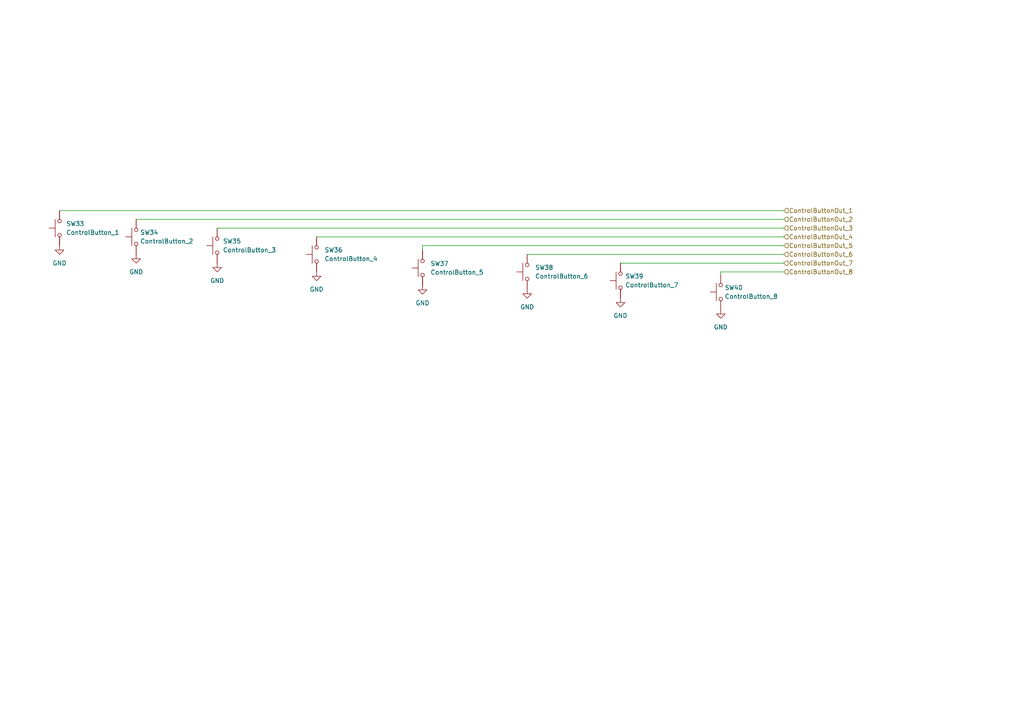
<source format=kicad_sch>
(kicad_sch (version 20230121) (generator eeschema)
  (paper "A4")
  (lib_symbols
    (symbol "Switch:SW_Push" (pin_numbers hide) (pin_names (offset 1.016) hide)
      (property "Reference" "SW" (at 1.27 2.54 0))
      (property "Value" "SW_Push" (at 0 -1.524 0))
      (symbol "SW_Push_0_1"
        (circle (center -2.032 0) (radius 0.508))
        (polyline (pts (xy 0 1.27) (xy 0 3.048)))
        (polyline (pts (xy 2.54 1.27) (xy -2.54 1.27)))
        (circle (center 2.032 0) (radius 0.508))
        (pin passive line (at -5.08 0 0) (length 2.54) (name "1") (number "1"))
        (pin passive line (at 5.08 0 180) (length 2.54) (name "2") (number "2"))
      )
    )
    (symbol "power:GND" (power) (pin_names (offset 0))
      (property "Value" "GND" (at 0 -3.81 0))
      (symbol "GND_0_1"
        (polyline (pts (xy 0 0) (xy 0 -1.27) (xy 1.27 -1.27) (xy 0 -2.54) (xy -1.27 -1.27) (xy 0 -1.27)))
      )
      (symbol "GND_1_1"
        (pin power_in line (at 0 0 270) (length 0) hide (name "GND") (number "1"))
      )
    )
  )
  (wire (pts (xy 209.042 78.867) (xy 209.042 79.629)))
  (wire (pts (xy 152.908 73.787) (xy 227.33 73.787)))
  (wire (pts (xy 91.821 68.707) (xy 227.33 68.707)))
  (wire (pts (xy 122.555 71.247) (xy 122.555 72.644)))
  (wire (pts (xy 39.497 63.627) (xy 227.33 63.627)))
  (wire (pts (xy 62.992 66.167) (xy 227.33 66.167)))
  (wire (pts (xy 17.272 61.087) (xy 227.33 61.087)))
  (wire (pts (xy 122.555 71.247) (xy 227.33 71.247)))
  (wire (pts (xy 179.959 76.327) (xy 227.33 76.327)))
  (wire (pts (xy 209.042 78.867) (xy 227.33 78.867)))
  (hierarchical_label "ControlButtonOut_2" (shape input) (at 227.33 63.627 0))
  (hierarchical_label "ControlButtonOut_8" (shape input) (at 227.33 78.867 0))
  (hierarchical_label "ControlButtonOut_4" (shape input) (at 227.33 68.707 0))
  (hierarchical_label "ControlButtonOut_7" (shape input) (at 227.33 76.327 0))
  (hierarchical_label "ControlButtonOut_5" (shape input) (at 227.33 71.247 0))
  (hierarchical_label "ControlButtonOut_1" (shape input) (at 227.33 61.087 0))
  (hierarchical_label "ControlButtonOut_3" (shape input) (at 227.33 66.167 0))
  (hierarchical_label "ControlButtonOut_6" (shape input) (at 227.33 73.787 0))
  (symbol (lib_id "Switch:SW_Push") (at 39.497 68.707 90) (unit 1)
    (property "Reference" "SW34" (at 40.64 67.437 90) (effects (justify right)))
    (property "Value" "ControlButton_2" (at 40.64 69.977 90) (effects (justify right)))
    (property "Footprint" "Button_Switch_Keyboard:SW_Cherry_MX_1.00u_PCB" (effects hide))
  )
  (symbol (lib_id "power:GND") (at 39.497 73.787 0) (unit 1)
    (property "Reference" "#PWR0104" (effects hide))
    (property "Value" "GND" (at 39.497 78.867 0))
  )
  (symbol (lib_id "power:GND") (at 17.272 71.247 0) (unit 1)
    (property "Reference" "#PWR0102" (effects hide))
    (property "Value" "GND" (at 17.272 76.327 0))
  )
  (symbol (lib_id "Switch:SW_Push") (at 62.992 71.247 90) (unit 1)
    (property "Reference" "SW35" (at 64.643 69.977 90) (effects (justify right)))
    (property "Value" "ControlButton_3" (at 64.643 72.517 90) (effects (justify right)))
    (property "Footprint" "Button_Switch_Keyboard:SW_Cherry_MX_1.00u_PCB" (effects hide))
  )
  (symbol (lib_id "power:GND") (at 62.992 76.327 0) (unit 1)
    (property "Reference" "#PWR0106" (effects hide))
    (property "Value" "GND" (at 62.992 81.407 0))
  )
  (symbol (lib_id "power:GND") (at 209.042 89.789 0) (unit 1)
    (property "Reference" "#PWR0116" (effects hide))
    (property "Value" "GND" (at 209.042 94.869 0))
  )
  (symbol (lib_id "Switch:SW_Push") (at 17.272 66.167 90) (unit 1)
    (property "Reference" "SW33" (at 19.177 64.897 90) (effects (justify right)))
    (property "Value" "ControlButton_1" (at 19.177 67.437 90) (effects (justify right)))
    (property "Footprint" "Button_Switch_Keyboard:SW_Cherry_MX_1.00u_PCB" (effects hide))
  )
  (symbol (lib_id "power:GND") (at 91.821 78.867 0) (unit 1)
    (property "Reference" "#PWR0108" (effects hide))
    (property "Value" "GND" (at 91.821 83.947 0))
  )
  (symbol (lib_id "Switch:SW_Push") (at 179.959 81.407 90) (unit 1)
    (property "Reference" "SW39" (at 181.356 80.137 90) (effects (justify right)))
    (property "Value" "ControlButton_7" (at 181.356 82.677 90) (effects (justify right)))
    (property "Footprint" "Button_Switch_Keyboard:SW_Cherry_MX_1.00u_PCB" (effects hide))
  )
  (symbol (lib_id "Switch:SW_Push") (at 91.821 73.787 90) (unit 1)
    (property "Reference" "SW36" (at 94.107 72.517 90) (effects (justify right)))
    (property "Value" "ControlButton_4" (at 94.107 75.057 90) (effects (justify right)))
    (property "Footprint" "Button_Switch_Keyboard:SW_Cherry_MX_1.00u_PCB" (effects hide))
  )
  (symbol (lib_id "Switch:SW_Push") (at 209.042 84.709 90) (unit 1)
    (property "Reference" "SW40" (at 210.185 83.439 90) (effects (justify right)))
    (property "Value" "ControlButton_8" (at 210.185 85.979 90) (effects (justify right)))
    (property "Footprint" "Button_Switch_Keyboard:SW_Cherry_MX_1.00u_PCB" (effects hide))
  )
  (symbol (lib_id "power:GND") (at 122.555 82.804 0) (unit 1)
    (property "Reference" "#PWR0110" (effects hide))
    (property "Value" "GND" (at 122.555 87.884 0))
  )
  (symbol (lib_id "power:GND") (at 179.959 86.487 0) (unit 1)
    (property "Reference" "#PWR0114" (effects hide))
    (property "Value" "GND" (at 179.959 91.567 0))
  )
  (symbol (lib_id "power:GND") (at 152.908 83.947 0) (unit 1)
    (property "Reference" "#PWR0112" (effects hide))
    (property "Value" "GND" (at 152.908 89.027 0))
  )
  (symbol (lib_id "Switch:SW_Push") (at 122.555 77.724 90) (unit 1)
    (property "Reference" "SW37" (at 124.841 76.454 90) (effects (justify right)))
    (property "Value" "ControlButton_5" (at 124.841 78.994 90) (effects (justify right)))
    (property "Footprint" "Button_Switch_Keyboard:SW_Cherry_MX_1.00u_PCB" (effects hide))
  )
  (symbol (lib_id "Switch:SW_Push") (at 152.908 78.867 90) (unit 1)
    (property "Reference" "SW38" (at 155.194 77.597 90) (effects (justify right)))
    (property "Value" "ControlButton_6" (at 155.194 80.137 90) (effects (justify right)))
    (property "Footprint" "Button_Switch_Keyboard:SW_Cherry_MX_1.00u_PCB" (effects hide))
  )
)
</source>
